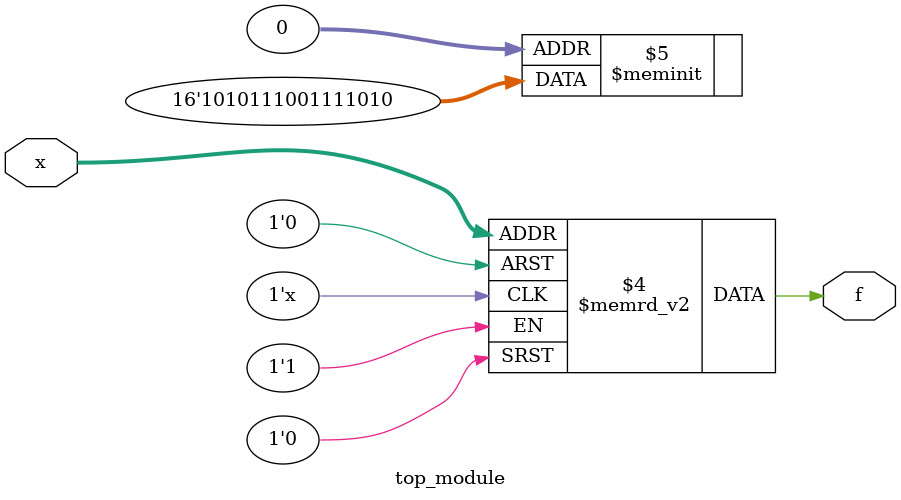
<source format=sv>
module top_module (
    input [4:1] x,
    output logic f
);

always_comb begin
    case (x)
        4'b0001, 4'b0011, 4'b0101, 4'b1001: f = 1'b1;
        4'b0100, 4'b0110, 4'b1010, 4'b1011, 4'b1101, 4'b1111: f = 1'b1; // Don't care conditions
        default: f = 1'b0;
    endcase
end

endmodule

</source>
